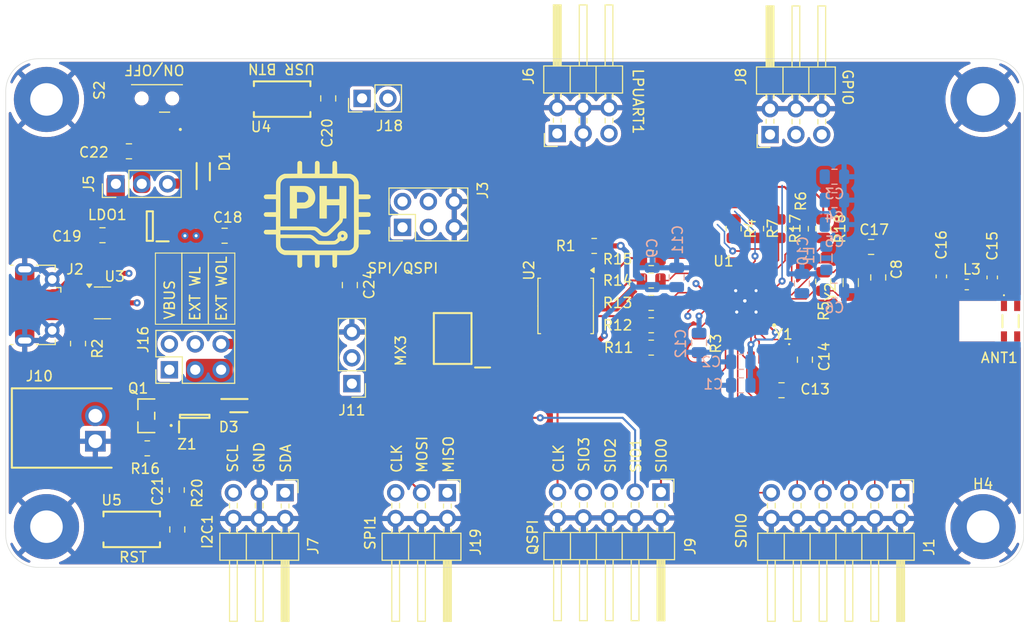
<source format=kicad_pcb>
(kicad_pcb (version 20240108) (generator "pcbnew") (generator_version "8.0")
  (layers (0 "F.Cu" signal) (1 "In1.Cu" signal) (2 "In2.Cu" signal) (31 "B.Cu" signal) (34 "B.Paste" user) (35 "F.Paste" user) (36 "B.SilkS" user "B.Silkscreen") (37 "F.SilkS" user "F.Silkscreen") (38 "B.Mask" user) (39 "F.Mask" user) (44 "Edge.Cuts" user))
  (net 0 "")
  (net 1 "GND")
  (net 2 "/LDO_IN")
  (net 3 "/LD_OUT_3V3")
  (net 4 "/GPIO3_USR_BTN_E")
  (net 5 "/CHIP_PU_D")
  (net 6 "/POWER_3V3")
  (net 7 "/EXT_POWER+_PP")
  (net 8 "+5V_VBUS")
  (net 9 "/USB_D2+")
  (net 10 "/USB_D2-")
  (net 11 "Net-(J2-ID)")
  (net 12 "/RF_ANT")
  (net 13 "+3.3V")
  (net 14 "/GPIO11_I2C_SDA")
  (net 15 "/GPIO10_I2C_SCL")
  (net 16 "/GPIO2_FSPIQ_MISO{slash}SIO1_R")
  (net 17 "/GPIO6_FSPICLK_R")
  (net 18 "/GPIO5_FSPIWP_SIO2_R")
  (net 19 "/EXT_POWER+")
  (net 20 "/EXT_POWER+_NOLDO")
  (net 21 "/GPIO3_USR_BTN")
  (net 22 "/GPIO5_FSPIWP_SIO2_1")
  (net 23 "/GPIO15")
  (net 25 "/GPIO5_FSPIWP_SIO2")
  (net 26 "/GPIO2_FSPIQ_MISO{slash}SIO1_1")
  (net 27 "Net-(J11-Pin_2)")
  (net 28 "/GPIO7_FSPID_MOSI{slash}SIO0_0")
  (net 29 "/GPIO5_FSPIWP_SIO2_0")
  (net 30 "/GPIO7_FSPID_MOSI{slash}SIO0_R")
  (net 31 "/GPIO7_FSPID_MOSI{slash}SIO0")
  (net 32 "/GPIO7_FSPID_MOSI{slash}SIO0_1")
  (net 33 "/GPIO2_FSPIQ_MISO{slash}SIO1_0")
  (net 34 "/GPIO2_FSPIQ_MISO{slash}SIO1")
  (net 35 "/GPIO6_FSPICLK")
  (net 36 "/GPIO4_FSPIHD_SIO3")
  (net 37 "/GPIO6_FSPICLK_0")
  (net 38 "/GPIO6_FSPICLK_1")
  (net 39 "/MOSFET_GATE")
  (net 40 "/GPIO16_U0RXD")
  (net 41 "/GPIO17_U0TXD")
  (net 47 "/SPIWP_Write_Protect")
  (net 48 "/SPICLK_Clock")
  (net 49 "/SPICS0_Chip_Select")
  (net 50 "/SPID_Data_In")
  (net 51 "/SPIHD_Hold")
  (net 52 "/SPIQ_Data_Out")
  (net 53 "/VDD_SPI")
  (net 54 "/USB_D+")
  (net 55 "/USB_D-")
  (net 56 "Net-(U1-XTAL_P)")
  (net 57 "Net-(U1-XTAL_N)")
  (net 58 "Net-(U1-XTAL_32K_N)")
  (net 59 "Net-(U1-XTAL_32K_P)")
  (net 61 "Net-(U1-VDDA3P3_1)")
  (net 62 "/RF_LNA_IN")
  (net 63 "/GPIO8_BOOT")
  (net 64 "/GPIO9_BOOT")
  (net 65 "/GPIO22_SDIO_DATA2")
  (net 66 "/GPIO20_SDIO_DATA0")
  (net 67 "/GPIO18_SDIO_CMD")
  (net 68 "/GPIO19_SDIO_CLK")
  (net 69 "/GPIO21_SDIO_DATA1")
  (net 70 "/GPIO23_SDIO_DATA3")
  (net 71 "/U0TXD_R")
  (net 72 "/SPID_Data_In_R")
  (net 73 "/SPICLK_Clock_R")
  (net 74 "/SPIHD_Hold_R")
  (net 75 "/SPIWP_Write_Protect_R")
  (net 76 "/SPIQ_Data_Out_R")
  (net 77 "/GPIO4_FSPIHD_SIO3_R")
  (footprint "Resistor_SMD:R_0805_2012Metric" (layer "F.Cu") (at 153.7 86.7 -90)
    (property "Reference" "R7")
    (property "Value" "33R")
  )
  (footprint "Connector_PinHeader_2.54mm:PinHeader_1x02_P2.54mm_Vertical" (layer "F.Cu") (at 115 73.9 90)
    (property "Reference" "J18")
    (property "Value" "USR_BTN_EN")
  )
  (footprint "Capacitor_SMD:C_0603_1608Metric" (layer "F.Cu") (at 176.9 91.5 90)
    (property "Reference" "C15")
    (property "Value" "100n")
  )
  (footprint "Personal_Project:CRYSTAL4_ABM10W-40.0000MHZ-8-B1U-T3_ABR" (layer "F.Cu") (at 155.8 99.5875 -90)
    (property "Reference" "Y1")
    (property "Value" "Crystal_ABM8W-40.0000MHZ-4-B1U-T3")
  )
  (footprint "Personal_Project:ESP32C6_QFN40P500X500X90-41N-D" (layer "F.Cu") (at 152.6 93.8 180)
    (property "Reference" "U1")
    (property "Value" "ESP32-C6" (hide yes))
  )
  (footprint "Resistor_SMD:R_0805_2012Metric" (layer "F.Cu") (at 155.9 86.7 -90)
    (property "Reference" "R17")
    (property "Value" "33R")
  )
  (footprint "Personal_Project:ESD_TSD05DYFR_SOD2613X100N" (layer "F.Cu") (at 99.4 81.1 90)
    (property "Reference" "D1")
    (property "Value" "ESD_TSD03DYFR" (hide yes))
  )
  (footprint "MountingHole:MountingHole_3.2mm_M3_Pad" (layer "F.Cu") (at 84 74)
    (property "Reference" "H1" (hide yes))
    (property "Value" "MountingHole_Pad")
  )
  (footprint "Connector_PinHeader_2.54mm:PinHeader_2x03_P2.54mm_Vertical" (layer "F.Cu") (at 118.975 86.575 90)
    (property "Reference" "J3")
    (property "Value" "Boot_Mode_Control_Pins")
  )
  (footprint "Package_TO_SOT_SMD:SOT-23-6" (layer "F.Cu") (at 89.5 94)
    (property "Reference" "U3")
    (property "Value" "USBLC6-2SC6")
  )
  (footprint "Personal_Project:ESD_TSD05DYFR_SOD2613X100N" (layer "F.Cu") (at 102.9 104.1)
    (property "Reference" "D3")
    (property "Value" "ESD_TSD05DYFR" (hide yes))
  )
  (footprint "Connector_PinHeader_2.54mm:PinHeader_2x06_P2.54mm_Horizontal" (layer "F.Cu") (at 167.9 112.66 -90)
    (property "Reference" "J1")
    (property "Value" "SDIO_Header")
  )
  (footprint "Package_SO:SOIC-8_5.23x5.23mm_P1.27mm" (layer "F.Cu") (at 135 94.3 -90)
    (property "Reference" "U2")
    (property "Value" "W25Q128JVSQ_SOIC208-mil")
  )
  (footprint "Capacitor_SMD:C_0805_2012Metric" (layer "F.Cu") (at 111.675 73.9 -90)
    (property "Reference" "C20")
    (property "Value" "1uF")
  )
  (footprint "Capacitor_SMD:C_0805_2012Metric" (layer "F.Cu") (at 113.8 92.25 90)
    (property "Reference" "C24")
    (property "Value" "100n")
  )
  (footprint "Personal_Project:Antenna_2450AT18D0100001E" (layer "F.Cu") (at 178.7 95.8 -90)
    (property "Reference" "ANT1")
    (property "Value" "Antenna_2450AT18D0100001E" (hide yes))
  )
  (footprint "Resistor_SMD:R_0805_2012Metric" (layer "F.Cu") (at 148.1 98 -90)
    (property "Reference" "R3")
    (property "Value" "100k")
  )
  (footprint "Connector_PinHeader_2.54mm:PinHeader_1x03_P2.54mm_Vertical" (layer "F.Cu") (at 114 101.94 180)
    (property "Reference" "J11")
    (property "Value" "SPI_QSPI_Jumper")
  )
  (footprint "Resistor_SMD:R_0805_2012Metric" (layer "F.Cu") (at 158.1 86.7125 90)
    (property "Reference" "R6")
    (property "Value" "33R")
  )
  (footprint "Capacitor_SMD:C_0805_2012Metric" (layer "F.Cu") (at 96.85 116.275 90)
    (property "Reference" "C21")
    (property "Value" "1uF")
  )
  (footprint "Capacitor_SMD:C_0805_2012Metric" (layer "F.Cu") (at 89.5 87.35 180)
    (property "Reference" "C19")
    (property "Value" "1u")
  )
  (footprint "MountingHole:MountingHole_3.2mm_M3_Pad" (layer "F.Cu") (at 176 116)
    (property "Reference" "H4")
    (property "Value" "MountingHole_Pad")
  )
  (footprint "Resistor_SMD:R_0805_2012Metric" (layer "F.Cu") (at 160.3 91.9 -90)
    (property "Reference" "R5")
    (property "Value" "0R")
  )
  (footprint "Personal_Project:LDO_SOT95P280X145-5N" (layer "F.Cu") (at 94.15 86.45 180)
    (property "Reference" "LDO1")
    (property "Value" "LDO_TLV75733PDBVR" (hide yes))
  )
  (footprint "Inductor_SMD:L_0603_1608Metric" (layer "F.Cu") (at 174.4 92.2 180)
    (property "Reference" "L3")
    (property "Value" "2n")
  )
  (footprint "Resistor_SMD:R_0805_2012Metric" (layer "F.Cu") (at 143.4 94 180)
    (property "Reference" "R13")
    (property "Value" "0R")
  )
  (footprint "Resistor_SMD:R_0805_2012Metric" (layer "F.Cu") (at 143.4 89.6 180)
    (property "Reference" "R15")
    (property "Value" "0R")
  )
  (footprint "Capacitor_SMD:C_0805_2012Metric" (layer "F.Cu") (at 101.5 87.4)
    (property "Reference" "C18")
    (property "Value" "1u")
  )
  (footprint "Connector_PinHeader_2.54mm:PinHeader_1x03_P2.54mm_Vertical" (layer "F.Cu") (at 90.82 82.3 90)
    (property "Reference" "J5")
    (property "Value" "3V_Selection_Header")
  )
  (footprint "Connector_PinHeader_2.54mm:PinHeader_2x03_P2.54mm_Horizontal" (layer "F.Cu") (at 107.44 112.66 -90)
    (property "Reference" "J7")
    (property "Value" "I2C1_Headers")
  )
  (footprint "Capacitor_SMD:C_0603_1608Metric" (layer "F.Cu") (at 171.9 91.4 90)
    (property "Reference" "C16")
    (property "Value" "100n")
  )
  (footprint "Personal_Project:Connector_Power2pin_SHDRRA2W80P0X250_1X2_740X1150X610P" (layer "F.Cu") (at 88.8 107.6 90)
    (property "Reference" "J10")
    (property "Value" "JST_XH_2.54_Plug" (hide yes))
  )
  (footprint "Capacitor_SMD:C_0805_2012Metric" (layer "F.Cu") (at 92.1 79.1 180)
    (property "Reference" "C22")
    (property "Value" "4u7")
  )
  (footprint "Resistor_SMD:R_0805_2012Metric" (layer "F.Cu") (at 143.4 91.8 180)
    (property "Reference" "R14")
    (property "Value" "0R")
  )
  (footprint "Personal_Project:Button_KMR231GLFS" (layer "F.Cu") (at 89.85 117.775)
    (property "Reference" "U5")
    (property "Value" "~")
  )
  (footprint "Resistor_SMD:R_0805_2012Metric" (layer "F.Cu") (at 143.4 96.2 180)
    (property "Reference" "R12")
    (property "Value" "0R")
  )
  (footprint "Connector_USB:USB_Micro-B_Molex-105017-0001" (layer "F.Cu") (at 83.1 94.2 -90)
    (property "Reference" "J2")
    (property "Value" "USB_B_Micro")
  )
  (footprint "Connector_PinHeader_2.54mm:PinHeader_2x03_P2.54mm_Horizontal" (layer "F.Cu") (at 134.175 77.35 90)
    (property "Reference" "J6")
    (property "Value" "LPUART1_Headers")
  )
  (footprint "Capacitor_SMD:C_0805_2012Metric" (layer "F.Cu") (at 158.5 99.5875 -90)
    (property "Reference" "C14")
    (property "Value" "2p")
  )
  (footprint "Resistor_SMD:R_0805_2012Metric" (layer "F.Cu") (at 137.8 88.4 180)
    (property "Reference" "R1")
    (property "Value" "100k")
  )
  (footprint "Capacitor_SMD:C_0805_2012Metric" (layer "F.Cu") (at 156.2 102.5875)
    (property "Reference" "C13")
    (property "Value" "2p")
  )
  (footprint "Resistor_SMD:R_0805_2012Metric" (layer "F.Cu") (at 160.3 86.7 -90)
    (property "Reference" "R18")
    (property "Value" "33R")
  )
  (footprint "Resistor_SMD:R_0805_2012Metric" (layer "F.Cu") (at 143.4 98.4 180)
    (property "Reference" "R11")
    (property "Value" "0R")
  )
  (footprint "Connector_PinHeader_2.54mm:PinHeader_2x03_P2.54mm_Vertical" (layer "F.Cu") (at 96.075 100.575 90)
    (property "Reference" "J16")
    (property "Value" "Power_Selector_Jumper")
  )
  (footprint "Personal_Project:Switch_WS-SLSU SMT Mini Slide" (layer "F.Cu") (at 94.85 73.9)
    (property "Reference" "S2")
    (property "Value" "Switch_WS-SLSU SMT Mini Slide" (hide yes))
  )
  (footprint "Connector_PinHeader_2.54mm:PinHeader_2x03_P2.54mm_Horizontal" (layer "F.Cu") (at 123.38 112.66 -90)
    (property "Reference" "J19")
    (property "Value" "SPI1_Headers")
  )
  (footprint "Resistor_SMD:R_0805_2012Metric" (layer "F.Cu") (at 96.8 112.4 90)
    (property "Reference" "R20")
    (property "Value" "10k")
  )
  (footprint "Capacitor_SMD:C_0805_2012Metric" (layer "F.Cu") (at 165.7 91.5 90)
    (property "Reference" "C8")
    (property "Value" "15p")
  )
  (footprint "Resistor_SMD:R_0805_2012Metric" (layer "F.Cu") (at 87.1 98 90)
    (property "Reference" "R2")
    (property "Value" "100k")
  )
  (footprint "Personal_Project:Crystal_ABS07" (layer "F.Cu") (at 163 92 90)
    (property "Reference" "Y2")
    (property "Value" "ABS07-32.768KHZ-T" (hide yes))
  )
  (footprint "Personal_Project:MOSFET_ SI2333DDS_SOT_DS-T1-BE3_VIS" (layer "F.Cu") (at 93.8079 105.1 90)
    (property "Reference" "Q1")
    (property "Value" "MOSFET_SI2333DDS-T1-BE3")
  )
  (footprint "Connector_PinHeader_2.54mm:PinHeader_2x05_P2.54mm_Horizontal" (layer "F.Cu") (at 144.36 112.6 -90)
    (property "Reference" "J9")
    (property "Value" "QSPI_Header")
  )
  (footprint "Resistor_SMD:R_0805_2012Metric" (layer "F.Cu") (at 151.5 86.7 -90)
    (property "Reference" "R4")
    (property "Value" "33R")
  )
  (footprint "Capacitor_SMD:C_0805_2012Metric" (layer "F.Cu") (at 165 88.5)
    (property "Reference" "C17")
    (property "Value" "15p")
  )
  (footprint "Personal_Project:Diode_BZX84C6V2_SOT96P240X110-3N" (layer "F.Cu") (at 98.56 105.15 90)
    (property "Reference" "Z1")
    (property "Value" "Diode_BZX84C6V2-7-F" (hide yes))
  )
  (footprint "MountingHole:MountingHole_3.2mm_M3_Pad" (layer "F.Cu") (at 84 116)
    (property "Reference" "H3" (hide yes))
    (property "Value" "MountingHole_Pad")
  )
  (footprint "Personal_Project:MUX_SN74CB3T3257PWR_SOP65P640X120-16N" (layer "F.Cu") (at 123.9 97.5 180)
    (property "Reference" "MX3")
    (property "Value" "MUX_SN74CB3T3257PWR" (hide yes))
  )
  (footprint "Personal_Project:PCB_Logo" (layer "F.Cu") (at 110.6 85.3)
    (property "Reference" "G***" (hide yes))
    (property "Value" "LOGO" (hide yes))
  )
  (footprint "Resistor_SMD:R_0805_2012Metric" (layer "F.Cu") (at 93.9 108.3 180)
    (property "Reference" "R16")
    (property "Value" "100k")
  )
  (footprint "Personal_Project:Button_KMR231GLFS" (layer "F.Cu") (at 104.625 75.475)
    (property "Reference" "U4")
    (property "Value" "~")
  )
  (footprint "Connector_PinHeader_2.54mm:PinHeader_2x03_P2.54mm_Horizontal" (layer "F.Cu") (at 155.075 77.45 90)
    (property "Reference" "J8")
    (property "Value" "GPIO_Headder")
  )
  (footprint "MountingHole:MountingHole_3.2mm_M3_Pad" (layer "F.Cu") (at 176 74)
    (property "Reference" "H2" (hide yes))
    (property "Value" "MountingHole_Pad")
  )
  (footprint "Capacitor_SMD:C_0805_2012Metric" (layer "B.Cu") (at 161.4 81.6)
    (property "Reference" "C3")
    (property "Value" "10u")
  )
  (footprint "Capacitor_SMD:C_0805_2012Metric" (layer "B.Cu") (at 143.5 91.5 90)
    (property "Reference" "C9")
    (property "Value" "1u")
  )
  (footprint "Capacitor_SMD:C_0805_2012Metric" (layer "B.Cu") (at 148.1 97.9 -90)
    (property "Reference" "C12")
    (property "Value" "100n")
  )
  (footprint "Capacitor_SMD:C_0805_2012Metric" (layer "B.Cu") (at 152.2 99.8 180)
    (property "Reference" "C2")
    (property "Value" "10n")
  )
  (footprint "Capacitor_SMD:C_0805_2012Metric" (layer "B.Cu") (at 161.4 92.8)
    (property "Reference" "C6")
    (property "Value" "100n")
  )
  (footprint "Capacitor_SMD:C_0805_2012Metric" (layer "B.Cu") (at 161.4 86.3)
    (property "Reference" "C5")
    (property "Value" "100n")
  )
  (footprint "Capacitor_SMD:C_0805_2012Metric" (layer "B.Cu") (at 158.2 92.1 90)
    (property "Reference" "C10")
    (property "Value" "100n")
  )
  (footprint "Capacitor_SMD:C_0805_2012Metric" (layer "B.Cu") (at 161.4 83.9)
    (property "Reference" "C4")
    (property "Value" "1u")
  )
  (footprint "Inductor_SMD:L_0805_2012Metric_Pad1.05x1.20mm_HandSolder" (layer "B.Cu") (at 160.6 89.6 -90)
    (property "Reference" "L1")
    (property "Value" "2n")
  )
  (footprint "Capacitor_SMD:C_0805_2012Metric" (layer "B.Cu") (at 152.2 102.1 180)
    (property "Reference" "C1")
    (property "Value" "1u")
  )
  (footprint "Capacitor_SMD:C_0805_2012Metric" (layer "B.Cu") (at 145.9 91.5 90)
    (property "Reference" "C11")
    (property "Value" "100n")
  )
  (gr_line (start 97.3 96.1) (end 97.3 89.1) (stroke (width 0.1)) (layer "F.SilkS"))
  (gr_line (start 97.3 96.1) (end 99.9 96.1) (stroke (width 0.1)) (layer "F.SilkS"))
  (gr_line (start 94.7 96.1) (end 97.3 96.1) (stroke (width 0.1)) (layer "F.SilkS"))
  (gr_line (start 99.9 96.1) (end 102.5 96.1) (stroke (width 0.1)) (layer "F.SilkS"))
  (gr_line (start 99.9 96.1) (end 99.9 89.1) (stroke (width 0.1)) (layer "F.SilkS"))
  (gr_line (start 99.9 89.1) (end 99.9 96.1) (stroke (width 0.1)) (layer "F.SilkS"))
  (gr_line (start 94.7 89.1) (end 94.7 96.1) (stroke (width 0.1)) (layer "F.SilkS"))
  (gr_line (start 99.9 89.1) (end 97.3 89.1) (stroke (width 0.1)) (layer "F.SilkS"))
  (gr_line (start 102.5 89.1) (end 99.9 89.1) (stroke (width 0.1)) (layer "F.SilkS"))
  (gr_line (start 97.3 89.1) (end 97.3 96.1) (stroke (width 0.1)) (layer "F.SilkS"))
  (gr_line (start 102.5 96.1) (end 102.5 89.1) (stroke (width 0.1)) (layer "F.SilkS"))
  (gr_line (start 97.3 89.1) (end 94.7 89.1) (stroke (width 0.1)) (layer "F.SilkS"))
  (gr_line (start 176.8 120) (end 83.2 120) (stroke (width 0.05)) (layer "Edge.Cuts"))
  (gr_line (start 180 116.8) (end 179.999999 73.200001) (stroke (width 0.05)) (layer "Edge.Cuts"))
  (gr_arc (start 80 73.2) (mid 80.937258 70.937258) (end 83.2 70) (stroke (width 0.05)) (layer "Edge.Cuts"))
  (gr_arc (start 176.799999 70.000001) (mid 179.062741 70.937259) (end 179.999999 73.200001) (stroke (width 0.05)) (layer "Edge.Cuts"))
  (gr_line (start 176.799999 70.000001) (end 83.2 70) (stroke (width 0.05)) (layer "Edge.Cuts"))
  (gr_arc (start 83.2 120) (mid 80.937258 119.062742) (end 80 116.8) (stroke (width 0.05)) (layer "Edge.Cuts"))
  (gr_line (start 80 73.2) (end 80 116.8) (stroke (width 0.05)) (layer "Edge.Cuts"))
  (gr_arc (start 180 116.8) (mid 179.062742 119.062742) (end 176.8 120) (stroke (width 0.05)) (layer "Edge.Cuts"))
  (gr_text "LPUART1" (at 142.1 74.2 270) (layer "F.SilkS") (effects (font (size 1 1) (thickness 0.153))))
  (gr_text "VBUS" (at 96.1 93.7 90) (layer "F.SilkS") (effects (font (size 1 1) (thickness 0.153))))
  (gr_text "GND" (at 104.9 109.2 90) (layer "F.SilkS") (effects (font (size 1 1) (thickness 0.153))))
  (gr_text "SPI/QSPI" (at 119 90.6 0) (layer "F.SilkS") (effects (font (size 1 1) (thickness 0.153))))
  (gr_text "SPI1" (at 115.8 116.6 90) (layer "F.SilkS") (effects (font (size 1 1) (thickness 0.153))))
  (gr_text "RST" (at 92.5 119 0) (layer "F.SilkS") (effects (font (size 1 1) (thickness 0.153))))
  (gr_text "SIO1" (at 141.9 109 90) (layer "F.SilkS") (effects (font (size 1 1) (thickness 0.153))))
  (gr_text "SIO3" (at 136.8 108.9 90) (layer "F.SilkS") (effects (font (size 1 1) (thickness 0.153))))
  (gr_text "MISO" (at 123.5 108.9 90) (layer "F.SilkS") (effects (font (size 1 1) (thickness 0.153))))
  (gr_text "SDA" (at 107.5 109.3 90) (layer "F.SilkS") (effects (font (size 1 1) (thickness 0.153))))
  (gr_text "QSPI" (at 131.76 117.04 90) (layer "F.SilkS") (effects (font (size 1 1) (thickness 0.153))))
  (gr_text "SIO0" (at 144.4 109 90) (layer "F.SilkS") (effects (font (size 1 1) (thickness 0.153))))
  (gr_text "EXT WL" (at 98.6 93.1 90) (layer "F.SilkS") (effects (font (size 1 1) (thickness 0.153))))
  (gr_text "ON/OFF" (at 94.6 71.1 180) (layer "F.SilkS") (effects (font (size 1 1) (thickness 0.153))))
  (gr_text "EXT WOL" (at 101.2 92.6 90) (layer "F.SilkS") (effects (font (size 1 1) (thickness 0.153))))
  (gr_text "MOSI" (at 120.9 108.9 90) (layer "F.SilkS") (effects (font (size 1 1) (thickness 0.153))))
  (gr_text "CLK" (at 134.3 109.3 90) (layer "F.SilkS") (effects (font (size 1 1) (thickness 0.153))))
  (gr_text "SDIO" (at 152.25 116.39 90) (layer "F.SilkS") (effects (font (size 1 1) (thickness 0.153))))
  (gr_text "USR BTN" (at 107.075 71 180) (layer "F.SilkS") (effects (font (size 1 1) (thickness 0.153))))
  (gr_text "CLK" (at 118.4 109.3 90) (layer "F.SilkS") (effects (font (size 1 1) (thickness 0.153))))
  (gr_text "GPIO" (at 162.7 72.8 270) (layer "F.SilkS") (effects (font (size 1 1) (thickness 0.153))))
  (gr_text "SIO2" (at 139.4 109 90) (layer "F.SilkS") (effects (font (size 1 1) (thickness 0.153))))
  (gr_text "SCL" (at 102.3 109.3 90) (layer "F.SilkS") (effects (font (size 1 1) (thickness 0.153))))
  (gr_text "I2C1" (at 99.8 116.5 90) (layer "F.SilkS") (effects (font (size 1 1) (thickness 0.153))))
  (via (at 152.6 93.8) (size 0.7) (drill 0.3) (layers "F.Cu" "B.Cu") (net 1))
  (via (at 152.6 93.8) (size 0.7) (drill 0.3) (layers "F.Cu" "B.Cu") (net 1))
  (via (at 153.7 92.8) (size 0.7) (drill 0.3) (layers "F.Cu" "B.Cu") (net 1))
  (via (at 151.7 92.8) (size 0.7) (drill 0.3) (layers "F.Cu" "B.Cu") (net 1))
  (via (at 151.8 94.9) (size 0.7) (drill 0.3) (layers "F.Cu" "B.Cu") (net 1))
  (via (at 152.6 93.8) (size 0.7) (drill 0.3) (layers "F.Cu" "B.Cu") (net 1))
  (via (at 152.6 93.8) (size 0.7) (drill 0.3) (layers "F.Cu" "B.Cu") (net 1))
  (via (at 152.6 93.8) (size 0.7) (drill 0.3) (layers "F.Cu" "B.Cu") (net 1))
  (via (at 152.6 93.8) (size 0.7) (drill 0.3) (layers "F.Cu" "B.Cu") (net 1))
  (via (at 151.8 94.9) (size 0.7) (drill 0.3) (layers "F.Cu" "B.Cu") (net 1))
  (via (at 152.6 93.8) (size 0.7) (drill 0.3) (layers "F.Cu" "B.Cu") (net 1))
  (via (at 151.7 92.8) (size 0.7) (drill 0.3) (layers "F.Cu" "B.Cu") (net 1))
  (via (at 152.6 93.8) (size 0.7) (drill 0.3) (layers "F.Cu" "B.Cu") (net 1))
  (via (at 152.6 93.8) (size 0.7) (drill 0.3) (layers "F.Cu" "B.Cu") (net 1))
  (via (at 152.6 93.8) (size 0.7) (drill 0.3) (layers "F.Cu" "B.Cu") (net 1))
  (via (at 152.6 93.8) (size 0.7) (drill 0.3) (layers "F.Cu" "B.Cu") (net 1))
  (via (at 153.7 94.9) (size 0.7) (drill 0.3) (layers "F.Cu" "B.Cu") (net 1))
  (via (at 153.7 94.9) (size 0.7) (drill 0.3) (layers "F.Cu" "B.Cu") (net 1))
  (segment (start 95.4 85.5) (end 97.1 85.5) (width 0.2) (layer "F.Cu") (net 2))
  (segment (start 97.1 85.5) (end 97.6 86) (width 0.2) (layer "F.Cu") (net 2))
  (segment (start 97.6 86) (end 97.6 87.4) (width 0.2) (layer "F.Cu") (net 2))
  (via (at 98.7 87.4) (size 0.7) (drill 0.3) (layers "F.Cu" "B.Cu") (net 2))
  (via (at 97.6 87.4) (size 0.7) (drill 0.3) (layers "F.Cu" "B.Cu") (net 2))
  (segment (start 85.0375 92.9) (end 86.8375 91.1) (width 0.5) (layer "F.Cu") (net 8))
  (segment (start 86.8375 91.1) (end 92.1 91.1) (width 0.5) (layer "F.Cu") (net 8))
  (segment (start 84.5625 92.9) (end 85.0375 92.9) (width 0.5) (layer "F.Cu") (net 8))
  (segment (start 92.9 94) (end 90.6375 94) (width 0.5) (layer "F.Cu") (net 8))
  (via (at 92.9 94) (size 0.7) (drill 0.3) (layers "F.Cu" "B.Cu") (net 8))
  (via (at 92.1 91.1) (size 0.7) (drill 0.3) (layers "F.Cu" "B.Cu") (net 8))
  (segment (start 85.75 94.85) (end 87.1 96.2) (width 0.2) (layer "F.Cu") (net 11))
  (segment (start 87.1 96.2) (end 87.1 97.0875) (width 0.2) (layer "F.Cu") (net 11))
  (segment (start 84.5625 94.85) (end 85.75 94.85) (width 0.2) (layer "F.Cu") (net 11))
  (segment (start 148.6 94.8) (end 148.1 95.3) (width 0.15) (layer "F.Cu") (net 13))
  (segment (start 154.95 96.25) (end 155.6 96.9) (width 0.2) (layer "F.Cu") (net 13))
  (segment (start 150.15 94.8) (end 148.6 94.8) (width 0.15) (layer "F.Cu") (net 13))
  (segment (start 154.4 96.25) (end 154.95 96.25) (width 0.2) (layer "F.Cu") (net 13))
  (segment (start 153.2 96.25) (end 153.2 98.1) (width 0.15) (layer "F.Cu") (net 13))
  (via (at 148.1 95.3) (size 0.7) (drill 0.3) (layers "F.Cu" "B.Cu") (net 13))
  (via (at 153.2 98.1) (size 0.7) (drill 0.3) (layers "F.Cu" "B.Cu") (net 13))
  (via (at 155.6 96.9) (size 0.7) (drill 0.3) (layers "F.Cu" "B.Cu") (net 13))
  (segment (start 153.7 97.6) (end 153.2 98.1) (width 0.2) (layer "B.Cu") (net 13))
  (segment (start 155.6 97.3) (end 155.3 97.6) (width 0.2) (layer "B.Cu") (net 13))
  (segment (start 153.15 102.1) (end 153.15 99.8) (width 0.5) (layer "B.Cu") (net 13))
  (segment (start 155.6 96.9) (end 155.6 97.3) (width 0.2) (layer "B.Cu") (net 13))
  (segment (start 153.15 99.8) (end 153.15 98.15) (width 0.5) (layer "B.Cu") (net 13))
  (segment (start 155.3 97.6) (end 153.7 97.6) (width 0.2) (layer "B.Cu") (net 13))
  (segment (start 148.1 96.95) (end 148.1 95.3) (width 0.5) (layer "B.Cu") (net 13))
  (segment (start 153.15 98.15) (end 153.2 98.1) (width 0.5) (layer "B.Cu") (net 13))
  (segment (start 152 90.2) (end 151.75 89.95) (width 0.15) (layer "F.Cu") (net 14))
  (segment (start 152 91.35) (end 152 90.2) (width 0.15) (layer "F.Cu") (net 14))
  (segment (start 151.75 89.95) (end 150.7 89.95) (width 0.15) (layer "F.Cu") (net 14))
  (segment (start 150.7 89.95) (end 148.85 88.1) (width 0.15) (layer "F.Cu") (net 14))
  (segment (start 148.85 88.1) (end 148.8 88.1) (width 0.15) (layer "F.Cu") (net 14))
  (segment (start 152.4 90) (end 152 89.6) (width 0.15) (layer "F.Cu") (net 15))
  (segment (start 152 89.6) (end 151 89.6) (width 0.15) (layer "F.Cu") (net 15))
  (segment (start 151 89.6) (end 148.3 86.9) (width 0.15) (layer "F.Cu") (net 15))
  (segment (start 152.4 91.35) (end 152.4 90) (width 0.15) (layer "F.Cu") (net 15))
  (segment (start 160.3 84) (end 157.9 81.6) (width 0.2) (layer "F.Cu") (net 16))
  (segment (start 133 81.6) (end 123 91.6) (width 0.2) (layer "F.Cu") (net 16))
  (segment (start 123 94.1) (end 121.875 95.225) (width 0.2) (layer "F.Cu") (net 16))
  (segment (start 160.3 85.7875) (end 160.3 84) (width 0.2) (layer "F.Cu") (net 16))
  (segment (start 123 91.6) (end 123 94.1) (width 0.2) (layer "F.Cu") (net 16))
  (segment (start 157.9 81.6) (end 133 81.6) (width 0.2) (layer "F.Cu") (net 16))
  (segment (start 121.875 95.225) (end 120.962 95.225) (width 0.2) (layer "F.Cu") (net 16))
  (segment (start 124.8 96.8) (end 125.825 97.825) (width 0.2) (layer "F.Cu") (net 17))
  (segment (start 153.7 85) (end 153.3 84.6) (width 0.2) (layer "F.Cu") (net 17))
  (segment (start 125.825 97.825) (end 126.838 97.825) (width 0.2) (layer "F.Cu") (net 17))
  (segment (start 134.6 84.6) (end 124.8 94.4) (width 0.2) (layer "F.Cu") (net 17))
  (segment (start 153.3 84.6) (end 134.6 84.6) (width 0.2) (layer "F.Cu") (net 17))
  (segment (start 124.8 94.4) (end 124.8 96.8) (width 0.2) (layer "F.Cu") (net 17))
  (segment (start 153.7 85.7875) (end 153.7 85) (width 0.2) (layer "F.Cu") (net 17))
  (segment (start 134.2 83.6) (end 123.8 94) (width 0.2) (layer "F.Cu") (net 18))
  (segment (start 122.125 97.175) (end 120.962 97.175) (width 0.2) (layer "F.Cu") (net 18))
  (segment (start 154.9 83.6) (end 134.2 83.6) (width 0.2) (layer "F.Cu") (net 18))
  (segment (start 123.8 94) (end 123.8 95.5) (width 0.2) (layer "F.Cu") (net 18))
  (segment (start 155.9 85.7875) (end 155.9 84.6) (width 0.2) (layer "F.Cu") (net 18))
  (segment (start 155.9 84.6) (end 154.9 83.6) (width 0.2) (layer "F.Cu") (net 18))
  (segment (start 123.8 95.5) (end 122.125 97.175) (width 0.2) (layer "F.Cu") (net 18))
  (segment (start 104.9 96.3) (end 104.9 85) (width 1) (layer "F.Cu") (net 20))
  (segment (start 99.4 82.275) (end 95.925 82.275) (width 1) (layer "F.Cu") (net 20))
  (segment (start 104.9 85) (end 102.175 82.275) (width 1) (layer "F.Cu") (net 20))
  (segment (start 95.925 82.275) (end 95.9 82.3) (width 1) (layer "F.Cu") (net 20))
  (segment (start 103.165 98.035) (end 104.9 96.3) (width 1) (layer "F.Cu") (net 20))
  (segment (start 102.175 82.275) (end 99.4 82.275) (width 1) (layer "F.Cu") (net 20))
  (segment (start 101.155 98.035) (end 103.165 98.035) (width 1) (layer "F.Cu") (net 20))
  (segment (start 155.716116 92.4) (end 156.258058 91.858058) (width 0.15) (layer "F.Cu") (net 21))
  (segment (start 155.05 92.4) (end 155.716116 92.4) (width 0.15) (layer "F.Cu") (net 21))
  (via (at 156.258058 91.858058) (size 0.7) (drill 0.3) (layers "F.Cu" "B.Cu") (net 21))
  (segment (start 156.258058 91.858058) (end 156.258058 82.458058) (width 0.15) (layer "B.Cu") (net 21))
  (segment (start 150.15 94.4) (end 147.5 94.4) (width 0.15) (layer "F.Cu") (net 23))
  (segment (start 147 94.9) (end 147 95.3) (width 0.15) (layer "F.Cu") (net 23))
  (segment (start 147.5 94.4) (end 147 94.9) (width 0.15) (layer "F.Cu") (net 23))
  (via (at 147 95.3) (size 0.7) (drill 0.3) (layers "F.Cu" "B.Cu") (net 23))
  (segment (start 154.4 91.35) (end 154.4 91.3) (width 0.15) (layer "F.Cu") (net 25))
  (segment (start 154.4 91.3) (end 155.9 89.8) (width 0.15) (layer "F.Cu") (net 25))
  (segment (start 155.9 89.8) (end 155.9 87.6125) (width 0.15) (layer "F.Cu") (net 25))
  (segment (start 116.8 103.6) (end 118.5 105.3) (width 0.2) (layer "F.Cu") (net 26))
  (segment (start 120.962 95.875) (end 118.025 95.875) (width 0.2) (layer "F.Cu") (net 26))
  (segment (start 116.8 97.1) (end 116.8 103.6) (width 0.2) (layer "F.Cu") (net 26))
  (segment (start 118.025 95.875) (end 116.8 97.1) (width 0.2) (layer "F.Cu") (net 26))
  (segment (start 118.5 105.3) (end 132.5 105.3) (width 0.2) (layer "F.Cu") (net 26))
  (via (at 132.5 105.3) (size 0.7) (drill 0.3) (layers "F.Cu" "B.Cu") (net 26))
  (segment (start 132.5 105.3) (end 140.6 105.3) (width 0.2) (layer "B.Cu") (net 26))
  (segment (start 141.82 106.52) (end 141.82 112.6) (width 0.2) (layer "B.Cu") (net 26))
  (segment (start 140.6 105.3) (end 141.82 106.52) (width 0.2) (layer "B.Cu") (net 26))
  (segment (start 119.99 111.81) (end 120.84 112.66) (width 0.2) (layer "F.Cu") (net 28))
  (segment (start 130 94.7) (end 128.825 95.875) (width 0.2) (layer "F.Cu") (net 30))
  (segment (start 128.825 95.875) (end 126.838 95.875) (width 0.2) (layer "F.Cu") (net 30))
  (segment (start 130 90.5005) (end 130 94.7) (width 0.2) (layer "F.Cu") (net 30))
  (segment (start 151.5 85.7875) (end 134.713 85.7875) (width 0.2) (layer "F.Cu") (net 30))
  (segment (start 134.713 85.7875) (end 130 90.5005) (width 0.2) (layer "F.Cu") (net 30))
  (segment (start 154.15 88.7) (end 152.5875 88.7) (width 0.15) (layer "F.Cu") (net 31))
  (segment (start 152.5875 88.7) (end 151.5 87.6125) (width 0.15) (layer "F.Cu") (net 31))
  (segment (start 154.45 89.65) (end 154.45 89) (width 0.15) (layer "F.Cu") (net 31))
  (segment (start 153.6 90.5) (end 154.45 89.65) (width 0.15) (layer "F.Cu") (net 31))
  (segment (start 154.45 89) (end 154.15 88.7) (width 0.15) (layer "F.Cu") (net 31))
  (segment (start 153.6 91.35) (end 153.6 90.5) (width 0.15) (layer "F.Cu") (net 31))
  (segment (start 144.36 104.36) (end 144.36 112.6) (width 0.2) (layer "F.Cu") (net 32))
  (segment (start 134.1 102.5) (end 142.5 102.5) (width 0.2) (layer "F.Cu") (net 32))
  (segment (start 130.725 96.525) (end 131.6 97.4) (width 0.2) (layer "F.Cu") (net 32))
  (segment (start 126.838 96.525) (end 130.725 96.525) (width 0.2) (layer "F.Cu") (net 32))
  (segment (start 131.6 97.4) (end 131.6 100) (width 0.2) (layer "F.Cu") (net 32))
  (segment (start 142.5 102.5) (end 144.36 104.36) (width 0.2) (layer "F.Cu") (net 32))
  (segment (start 131.6 100) (end 134.1 102.5) (width 0.2) (layer "F.Cu") (net 32))
  (segment (start 155.05 92.8) (end 156.5 92.8) (width 0.15) (layer "F.Cu") (net 34))
  (segment (start 157.7 89.1) (end 159.5 89.1) (width 0.15) (layer "F.Cu") (net 34))
  (segment (start 157.2 89.6) (end 157.7 89.1) (width 0.15) (layer "F.Cu") (net 34))
  (segment (start 160.3 88.3) (end 160.3 87.6125) (width 0.15) (layer "F.Cu") (net 34))
  (segment (start 157.2 92.1) (end 157.2 89.6) (width 0.15) (layer "F.Cu") (net 34))
  (segment (start 159.5 89.1) (end 160.3 88.3) (width 0.15) (layer "F.Cu") (net 34))
  (segment (start 156.5 92.8) (end 157.2 92.1) (width 0.15) (layer "F.Cu") (net 34))
  (segment (start 154 91.35) (end 154 90.8) (width 0.15) (layer "F.Cu") (net 35))
  (segment (start 154 90.8) (end 155.2 89.6) (width 0.15) (layer "F.Cu") (net 35))
  (segment (start 155.2 89.1125) (end 153.7 87.6125) (width 0.15) (layer "F.Cu") (net 35))
  (segment (start 155.2 89.6) (end 155.2 89.1125) (width 0.15) (layer "F.Cu") (net 35))
  (segment (start 155.05 92) (end 155.05 91.35) (width 0.15) (layer "F.Cu") (net 36))
  (segment (start 157.75 88.75) (end 158.1 88.4) (width 0.15) (layer "F.Cu") (net 36))
  (segment (start 156.55 89.85) (end 156.55 89.255025) (width 0.15) (layer "F.Cu") (net 36))
  (segment (start 158.1 88.4) (end 158.1 87.625) (width 0.15) (layer "F.Cu") (net 36))
  (segment (start 155.05 91.35) (end 156.55 89.85) (width 0.15) (layer "F.Cu") (net 36))
  (segment (start 157.055025 88.75) (end 157.75 88.75) (width 0.15) (layer "F.Cu") (net 36))
  (segment (start 156.55 89.255025) (end 157.055025 88.75) (width 0.15) (layer "F.Cu") (net 36))
  (segment (start 130.075 98.475) (end 130.6 99) (width 0.2) (layer "F.Cu") (net 38))
  (segment (start 130.6 101.1) (end 134.2 104.7) (width 0.2) (layer "F.Cu") (net 38))
  (segment (start 134.2 104.7) (end 134.2 112.6) (width 0.2) (layer "F.Cu") (net 38))
  (segment (start 126.838 98.475) (end 130.075 98.475) (width 0.2) (layer "F.Cu") (net 38))
  (segment (start 130.6 99) (end 130.6 101.1) (width 0.2) (layer "F.Cu") (net 38))
  (segment (start 135.6 93.5) (end 134.365 92.265) (width 0.2) (layer "F.Cu") (net 47))
  (segment (start 142.4875 91.8) (end 141.3 91.8) (width 0.2) (layer "F.Cu") (net 47))
  (segment (start 134.365 92.265) (end 134.365 90.7) (width 0.2) (layer "F.Cu") (net 47))
  (segment (start 139.6 93.5) (end 135.6 93.5) (width 0.2) (layer "F.Cu") (net 47))
  (segment (start 141.3 91.8) (end 139.6 93.5) (width 0.2) (layer "F.Cu") (net 47))
  (segment (start 135.9 99.8) (end 134.365 98.265) (width 0.2) (layer "F.Cu") (net 48))
  (segment (start 142.4875 96.2) (end 138.8875 99.8) (width 0.2) (layer "F.Cu") (net 48))
  (segment (start 138.8875 99.8) (end 135.9 99.8) (width 0.2) (layer "F.Cu") (net 48))
  (segment (start 134.365 98.265) (end 134.365 97.9) (width 0.2) (layer "F.Cu") (net 48))
  (segment (start 146.805025 88.1) (end 150.055025 91.35) (width 0.15) (layer "F.Cu") (net 49))
  (segment (start 136.8875 88.4) (end 136.8875 87.3125) (width 0.15) (layer "F.Cu") (net 49))
  (segment (start 150.055025 91.35) (end 150.8 91.35) (width 0.15) (layer "F.Cu") (net 49))
  (segment (start 142.8 88.1) (end 146.805025 88.1) (width 0.15) (layer "F.Cu") (net 49))
  (segment (start 137.4 86.8) (end 141.5 86.8) (width 0.15) (layer "F.Cu") (net 49))
  (segment (start 136.8875 90.6825) (end 136.905 90.7) (width 0.2) (layer "F.Cu") (net 49))
  (segment (start 136.8875 88.4) (end 136.8875 90.6825) (width 0.2) (layer "F.Cu") (net 49))
  (segment (start 136.8875 88.4) (end 136.8875 88.3) (width 0.2) (layer "F.Cu") (net 49))
  (segment (start 141.5 86.8) (end 142.8 88.1) (width 0.15) (layer "F.Cu") (net 49))
  (segment (start 136.8875 87.3125) (end 137.4 86.8) (width 0.15) (layer "F.Cu") (net 49))
  (segment (start 135.195001 100.8) (end 133.095 98.699999) (width 0.2) (layer "F.Cu") (net 50))
  (segment (start 140.8 100.8) (end 142.4875 99.1125) (width 0.2) (layer "F.Cu") (net 50))
  (segment (start 140.8 100.8) (end 135.195001 100.8) (width 0.2) (layer "F.Cu") (net 50))
  (segment (start 133.095 98.699999) (end 133.095 97.9) (width 0.2) (layer "F.Cu") (net 50))
  (segment (start 142.4875 99.1125) (end 142.4875 98.4) (width 0.2) (layer "F.Cu") (net 50))
  (segment (start 140.3 95.3) (end 137 95.3) (width 0.2) (layer "F.Cu") (net 51))
  (segment (start 137 95.3) (end 135.635 96.665) (width 0.2) (layer "F.Cu") (net 51))
  (segment (start 135.635 96.665) (end 135.635 97.9) (width 0.2) (layer "F.Cu") (net 51))
  (segment (start 142.4875 94) (end 141.6 94) (width 0.2) (layer "F.Cu") (net 51))
  (segment (start 141.6 94) (end 140.3 95.3) (width 0.2) (layer "F.Cu") (net 51))
  (segment (start 141.2 89.6) (end 138.2 92.6) (width 0.2) (layer "F.Cu") (net 52))
  (segment (start 142.4875 89.6) (end 141.2 89.6) (width 0.2) (layer "F.Cu") (net 52))
  (segment (start 138.2 92.6) (end 136.2 92.6) (width 0.2) (layer "F.Cu") (net 52))
  (segment (start 135.635 92.035) (end 135.635 90.7) (width 0.2) (layer "F.Cu") (net 52))
  (segment (start 136.2 92.6) (end 135.635 92.035) (width 0.2) (layer "F.Cu") (net 52))
  (segment (start 147.83033 92.1) (end 148.53033 92.8) (width 0.2) (layer "F.Cu") (net 53))
  (segment (start 140.4 88.4) (end 138.7125 88.4) (width 0.5) (layer "F.Cu") (net 53))
  (segment (start 147.8 92.1) (end 147.83033 92.1) (width 0.2) (layer "F.Cu") (net 53))
  (segment (start 138.8 97.2) (end 138.1 97.9) (width 0.5) (layer "F.Cu") (net 53))
  (segment (start 138.1 97.9) (end 136.905 97.9) (width 0.5) (layer "F.Cu") (net 53))
  (segment (start 148.53033 92.8) (end 150.15 92.8) (width 0.2) (layer "F.Cu") (net 53))
  (via (at 140.4 88.4) (size 0.8) (drill 0.4) (layers "F.Cu" "B.Cu") (net 53))
  (via (at 147.8 92.1) (size 0.7) (drill 0.3) (layers "F.Cu" "B.Cu") (net 53))
  (via (at 138.8 97.2) (size 0.7) (drill 0.3) (layers "F.Cu" "B.Cu") (net 53))
  (segment (start 141 89) (end 141 91.7) (width 0.5) (layer "B.Cu") (net 53))
  (segment (start 143.5 92.45) (end 145.9 92.45) (width 0.5) (layer "B.Cu") (net 53))
  (segment (start 138.8 95.4) (end 141.75 92.45) (width 0.5) (layer "B.Cu") (net 53))
  (segment (start 140.4 88.4) (end 141 89) (width 0.5) (layer "B.Cu") (net 53))
  (segment (start 141.75 92.45) (end 143.5 92.45) (width 0.5) (layer "B.Cu") (net 53))
  (segment (start 141 91.7) (end 141.75 92.45) (width 0.5) (layer "B.Cu") (net 53))
  (segment (start 138.8 97.2) (end 138.8 95.4) (width 0.5) (layer "B.Cu") (net 53))
  (segment (start 156.537499 98.6375) (end 156.399999 98.775) (width 0.2) (layer "F.Cu") (net 56))
  (segment (start 154 96.925) (end 154.675 97.6) (width 0.15) (layer "F.Cu") (net 56))
  (segment (start 154.675 97.6) (end 156.1 97.6) (width 0.15) (layer "F.Cu") (net 56))
  (segment (start 158.5 98.6375) (end 156.537499 98.6375) (width 0.2) (layer "F.Cu") (net 56))
  (segment (start 156.399999 97.899999) (end 156.399999 98.775) (width 0.15) (layer "F.Cu") (net 56))
  (segment (start 156.1 97.6) (end 156.399999 97.899999) (width 0.15) (layer "F.Cu") (net 56))
  (segment (start 154 96.25) (end 154 96.925) (width 0.15) (layer "F.Cu") (net 56))
  (segment (start 155.25 102.5875) (end 155.25 100.449999) (width 0.2) (layer "F.Cu") (net 57))
  (segment (start 153.6 97.4) (end 154 97.8) (width 0.15) (layer "F.Cu") (net 57))
  (segment (start 153.6 96.25) (end 153.6 97.4) (width 0.15) (layer "F.Cu") (net 57))
  (segment (start 154 99.9) (end 154.5 100.4) (width 0.15) (layer "F.Cu") (net 57))
  (segment (start 154.5 100.4) (end 155.200001 100.4) (width 0.15) (layer "F.Cu") (net 57))
  (segment (start 155.25 100.449999) (end 155.200001 100.4) (width 0.2) (layer "F.Cu") (net 57))
  (segment (start 154 97.8) (end 154 99.9) (width 0.15) (layer "F.Cu") (net 57))
  (segment (start 161.55 90.75) (end 163 90.75) (width 0.15) (layer "F.Cu") (net 58))
  (segment (start 163 89.55) (end 164.05 88.5) (width 0.15) (layer "F.Cu") (net 58))
  (segment (start 160.3 90.9875) (end 161.3125 90.9875) (width 0.15) (layer "F.Cu") (net 58))
  (segment (start 163 90.75) (end 163 89.55) (width 0.15) (layer "F.Cu") (net 58))
  (segment (start 155.05 93.2) (end 157.2 93.2) (width 0.15) (layer "F.Cu") (net 58))
  (segment (start 161.3125 90.9875) (end 161.55 90.75) (width 0.15) (layer "F.Cu") (net 58))
  (segment (start 157.2 93.2) (end 159.4125 90.9875) (width 0.15) (layer "F.Cu") (net 58))
  (segment (start 159.4125 90.9875) (end 160.3 90.9875) (width 0.15) (layer "F.Cu") (net 58))
  (segment (start 160.3 92.8125) (end 161.3125 92.8125) (width 0.15) (layer "F.Cu") (net 59))
  (segment (start 159.3875 92.8125) (end 160.3 92.8125) (width 0.15) (layer "F.Cu") (net 59))
  (segment (start 155.05 93.6) (end 158.6 93.6) (width 0.15) (layer "F.Cu") (net 59))
  (segment (start 158.6 93.6) (end 159.3875 92.8125) (width 0.15) (layer "F.Cu") (net 59))
  (segment (start 161.75 93.25) (end 163 93.25) (width 0.15) (layer "F.Cu") (net 59))
  (segment (start 163 93.25) (end 164.9 93.25) (width 0.15) (layer "F.Cu") (net 59))
  (segment (start 164.9 93.25) (end 165.7 92.45) (width 0.15) (layer "F.Cu") (net 59))
  (segment (start 161.3125 92.8125) (end 161.75 93.25) (width 0.15) (layer "F.Cu") (net 59))
  (segment (start 153.2 90.3) (end 153.2 91.35) (width 0.15) (layer "F.Cu") (net 63))
  (segment (start 153.6 89.9) (end 153.2 90.3) (width 0.15) (layer "F.Cu") (net 63))
  (segment (start 153.6 89.4) (end 153.6 89.9) (width 0.15) (layer "F.Cu") (net 63))
  (via (at 153.6 89.4) (size 0.7) (drill 0.3) (layers "F.Cu" "B.Cu") (net 63))
  (segment (start 153.6 87) (end 151.6 85) (width 0.15) (layer "B.Cu") (net 63))
  (segment (start 153.6 89.4) (end 153.6 87) (width 0.15) (layer "B.Cu") (net 63))
  (segment (start 151.4 88.9) (end 152.1 88.9) (width 0.15) (layer "F.Cu") (net 64))
  (segment (start 152.8 89.6) (end 152.8 91.35) (width 0.15) (layer "F.Cu") (net 64))
  (segment (start 152.1 88.9) (end 152.8 89.6) (width 0.15) (layer "F.Cu") (net 64))
  (via (at 151.4 88.9) (size 0.7) (drill 0.3) (layers "F.Cu" "B.Cu") (net 64))
  (segment (start 151.4 88.9) (end 150.6 88.1) (width 0.15) (layer "B.Cu") (net 64))
  (segment (start 150.6 87) (end 149.9 86.3) (width 0.15) (layer "B.Cu") (net 64))
  (segment (start 150.6 88.1) (end 150.6 87) (width 0.15) (layer "B.Cu") (net 64))
  (segment (start 165.36 110.06) (end 165.36 112.66) (width 0.15) (layer "F.Cu") (net 65))
  (segment (start 152.4 97.305025) (end 151.9 97.805025) (width 0.15) (layer "F.Cu") (net 65))
  (segment (start 160.357744 106.1) (end 160.457744 106.1) (width 0.15) (layer "F.Cu") (net 65))
  (segment (start 160.927276 106.1) (end 161.4 106.1) (width 0.15) (layer "F.Cu") (net 65))
  (segment (start 151.9 103.4) (end 154.6 106.1) (width 0.15) (layer "F.Cu") (net 65))
  (segment (start 159.857744 106.6) (end 159.957744 106.6) (width 0.15) (layer "F.Cu") (net 65))
  (segment (start 154.6 106.1) (end 158.957744 106.1) (width 0.15) (layer "F.Cu") (net 65))
  (segment (start 159.657744 105.9) (end 159.657744 106.4) (width 0.15) (layer "F.Cu") (net 65))
  (segment (start 160.157744 106.4) (end 160.157744 106.3) (width 0.15) (layer "F.Cu") (net 65))
  (segment (start 159.157744 105.9) (end 159.157744 105.8) (width 0.15) (layer "F.Cu") (net 65))
  (segment (start 152.4 96.25) (end 152.4 97.305025) (width 0.15) (layer "F.Cu") (net 65))
  (segment (start 161.4 106.1) (end 165.36 110.06) (width 0.15) (layer "F.Cu") (net 65))
  (segment (start 151.9 97.805025) (end 151.9 103.4) (width 0.15) (layer "F.Cu") (net 65))
  (segment (start 160.457744 106.1) (end 160.927276 106.1) (width 0.15) (layer "F.Cu") (net 65))
  (segment (start 159.357744 105.6) (end 159.457744 105.6) (width 0.15) (layer "F.Cu") (net 65))
  (segment (start 159.657744 105.8) (end 159.657744 105.9) (width 0.15) (layer "F.Cu") (net 65))
  (arc (start 159.657744 106.4) (mid 159.716323 106.541421) (end 159.857744 106.6) (width 0.15) (layer "F.Cu") (net 65))
  (arc (start 158.957744 106.1) (mid 159.099165 106.041421) (end 159.157744 105.9) (width 0.15) (layer "F.Cu") (net 65))
  (arc (start 159.957744 106.6) (mid 160.099165 106.541421) (end 160.157744 106.4) (width 0.15) (layer "F.Cu") (net 65))
  (arc (start 160.157744 106.3) (mid 160.216323 106.158579) (end 160.357744 106.1) (width 0.15) (layer "F.Cu") (net 65))
  (arc (start 159.457744 105.6) (mid 159.599165 105.658579) (end 159.657744 105.8) (width 0.15) (layer "F.Cu") (net 65))
  (arc (start 159.157744 105.8) (mid 159.216323 105.658579) (end 159.357744 105.6) (width 0.15) (layer "F.Cu") (net 65))
  (segment (start 156.1925 108.3) (end 156.1925 108.4) (width 0.15) (layer "F.Cu") (net 66))
  (segment (start 153.8 108.6) (end 155.4925 108.6) (width 0.15) (layer "F.Cu") (net 66))
  (segment (start 156.3925 109.1) (end 156.4925 109.1) (width 0.15) (layer "F.Cu") (net 66))
  (segment (start 157.8925 108.6) (end 157.9925 108.6) (width 0.15) (layer "F.Cu") (net 66))
  (segment (start 160.28 110.114975) (end 160.28 112.66) (width 0.15) (layer "F.Cu") (net 66))
  (segment (start 157.1925 108.6) (end 157.1925 108.8) (width 0.15) (layer "F.Cu") (net 66))
  (segment (start 157.1925 108.8) (end 157.1925 108.9) (width 0.15) (layer "F.Cu") (net 66))
  (segment (start 156.6925 108.6) (end 156.6925 108.3) (width 0.15) (layer "F.Cu") (net 66))
  (segment (start 150.2 100.894974) (end 150.2 105) (width 0.15) (layer "F.Cu") (net 66))
  (segment (start 151.6 96.25) (end 151.6 96.925) (width 0.15) (layer "F.Cu") (net 66))
  (segment (start 157.1925 108.3) (end 157.1925 108.6) (width 0.15) (layer "F.Cu") (net 66))
  (segment (start 157.6925 108.9) (end 157.6925 108.8) (width 0.15) (layer "F.Cu") (net 66))
  (segment (start 158.330487 108.6) (end 158.765025 108.6) (width 0.15) (layer "F.Cu") (net 66))
  (segment (start 156.1925 108.4) (end 156.1925 108.6) (width 0.15) (layer "F.Cu") (net 66))
  (segment (start 157.3925 109.1) (end 157.4925 109.1) (width 0.15) (layer "F.Cu") (net 66))
  (segment (start 151.6 96.925) (end 150.7 97.825) (width 0.15) (layer "F.Cu") (net 66))
  (segment (start 150.7 100.394974) (end 150.2 100.894974) (width 0.15) (layer "F.Cu") (net 66))
  (segment (start 150.2 105) (end 153.8 108.6) (width 0.15) (layer "F.Cu") (net 66))
  (segment (start 157.9925 108.6) (end 158.330487 108.6) (width 0.15) (layer "F.Cu") (net 66))
  (segment (start 155.8925 108.1) (end 155.9925 108.1) (width 0.15) (layer "F.Cu") (net 66))
  (segment (start 156.1925 108.6) (end 156.1925 108.9) (width 0.15) (layer "F.Cu") (net 66))
  (segment (start 155.6925 108.4) (end 155.6925 108.3) (width 0.15) (layer "F.Cu") (net 66))
  (segment (start 156.8925 108.1) (end 156.9925 108.1) (width 0.15) (layer "F.Cu") (net 66))
  (segment (start 156.6925 108.9) (end 156.6925 108.6) (width 0.15) (layer "F.Cu") (net 66))
  (segment (start 150.7 97.825) (end 150.7 100.394974) (width 0.15) (layer "F.Cu") (net 66))
  (segment (start 158.765025 108.6) (end 160.28 110.114975) (width 0.15) (layer "F.Cu") (net 66))
  (arc (start 157.6925 108.8) (mid 157.751079 108.658579) (end 157.8925 108.6) (width 0.15) (layer "F.Cu") (net 66))
  (arc (start 156.1925 108.9) (mid 156.251079 109.041421) (end 156.3925 109.1) (width 0.15) (layer "F.Cu") (net 66))
  (arc (start 156.6925 108.3) (mid 156.751079 108.158579) (end 156.8925 108.1) (width 0.15) (layer "F.Cu") (net 66))
  (arc (start 155.9925 108.1) (mid 156.133921 108.158579) (end 156.1925 108.3) (width 0.15) (layer "F.Cu") (net 66))
  (arc (start 156.4925 109.1) (mid 156.633921 109.041421) (end 156.6925 108.9) (width 0.15) (layer "F.Cu") (net 66))
  (arc (start 156.9925 108.1) (mid 157.133921 108.158579) (end 157.1925 108.3) (width 0.15) (layer "F.Cu") (net 66))
  (arc (start 155.4925 108.6) (mid 155.633921 108.541421) (end 155.6925 108.4) (width 0.15) (layer "F.Cu") (net 66))
  (arc (start 157.4925 109.1) (mid 157.633921 109.041421) (end 157.6925 108.9) (width 0.15) (layer "F.Cu") (net 66))
  (arc (start 157.1925 108.9) (mid 157.251079 109.041421) (end 157.3925 109.1) (width 0.15) (layer "F.Cu") (net 66))
  (arc (start 155.6925 108.3) (mid 155.751079 108.158579) (end 155.8925 108.1) (width 0.15) (layer "F.Cu") (net 66))
  (segment (start 151.746845 110.422581) (end 151.676135 110.493292) (width 0.15) (layer "F.Cu") (net 67))
  (segment (start 149.55482 108.371978) (end 149.413398 108.5134) (width 0.15) (layer "F.Cu") (net 67))
  (segment (start 149.413398 108.5134) (end 149.413399 108.513399) (width 0.15) (layer "F.Cu") (net 67))
  (segment (start 151.181161 110.281161) (end 151.322581 110.139738) (width 0.15) (layer "F.Cu") (net 67))
  (segment (start 150.827609 109.927609) (end 150.615476 110.139741) (width 0.15) (layer "F.Cu") (net 67))
  (segment (start 150.474056 109.574056) (end 150.686187 109.361922) (width 0.15) (layer "F.Cu") (net 67))
  (segment (start 150.615476 110.422583) (end 150.686186 110.493293) (width 0.15) (layer "F.Cu") (net 67))
  (segment (start 151.746846 110.846846) (end 152.033446 111.133446) (width 0.15) (layer "F.Cu") (net 67))
  (segment (start 148.1 101.2) (end 148.1 107.2) (width 0.15) (layer "F.Cu") (net 67))
  (segment (start 153.56 112.66) (end 155.2 112.66) (width 0.15) (layer "F.Cu") (net 67))
  (segment (start 151.181161 110.28116) (end 151.181161 110.281161) (width 0.15) (layer "F.Cu") (net 67))
  (segment (start 150.120504 109.220504) (end 149.908371 109.432636) (width 0.15) (layer "F.Cu") (net 67))
  (segment (start 148.1 107.2) (end 148.918426 108.018426) (width 0.15) (layer "F.Cu") (net 67))
  (segment (start 149.908371 109.715478) (end 149.979081 109.786188) (width 0.15) (layer "F.Cu") (net 67))
  (segment (start 150.969029 110.493293) (end 151.181161 110.28116) (width 0.15) (layer "F.Cu") (net 67))
  (segment (start 150.474056 109.574055) (end 150.474056 109.574056) (width 0.15) (layer "F.Cu") (net 67))
  (segment (start 150.969031 109.361924) (end 151.039741 109.432634) (width 0.15) (layer "F.Cu") (net 67))
  (segment (start 150.120503 109.220504) (end 150.120504 109.220504) (width 0.15) (layer "F.Cu") (net 67))
  (segment (start 149.766951 108.866951) (end 149.979082 108.654817) (width 0.15) (layer "F.Cu") (net 67))
  (segment (start 149.6 99.7) (end 148.1 101.2) (width 0.15) (layer "F.Cu") (net 67))
  (segment (start 149.201266 109.008373) (end 149.271976 109.079083) (width 0.15) (layer "F.Cu") (net 67))
  (segment (start 149.6 97.7) (end 149.6 99.7) (width 0.15) (layer "F.Cu") (net 67))
  (segment (start 150.8 96.5) (end 149.6 97.7) (width 0.15) (layer "F.Cu") (net 67))
  (segment (start 151.322581 110.139738) (end 151.393292 110.069027) (width 0.15) (layer "F.Cu") (net 67))
  (segment (start 150.332635 109.008371) (end 150.120503 109.220504) (width 0.15) (layer "F.Cu") (net 67))
  (segment (start 149.554821 107.947715) (end 149.625531 108.018425) (width 0.15) (layer "F.Cu") (net 67))
  (segment (start 152.033446 111.133446) (end 153.56 112.66) (width 0.15) (layer "F.Cu") (net 67))
  (segment (start 149.766951 108.86695) (end 149.766951 108.866951) (width 0.15) (layer "F.Cu") (net 67))
  (segment (start 149.413399 108.513399) (end 149.201266 108.725531) (width 0.15) (layer "F.Cu") (net 67))
  (segment (start 151.676134 110.776134) (end 151.746846 110.846846) (width 0.15) (layer "F.Cu") (net 67))
  (segment (start 150.261924 109.786188) (end 150.474056 109.574055) (width 0.15) (layer "F.Cu") (net 67))
  (segment (start 149.554819 109.079083) (end 149.766951 108.86695) (width 0.15) (layer "F.Cu") (net 67))
  (segment (start 150.261926 108.654819) (end 150.332636 108.725529) (width 0.15) (layer "F.Cu") (net 67))
  (segment (start 150.827608 109.927609) (end 150.827609 109.927609) (width 0.15) (layer "F.Cu") (net 67))
  (segment (start 149.625532 108.301269) (end 149.55482 108.371978) (width 0.15) (layer "F.Cu") (net 67))
  (segment (start 149.201268 108.018426) (end 149.271979 107.947716) (width 0.15) (layer "F.Cu") (net 67))
  (segment (start 150.8 96.25) (end 150.8 96.5) (width 0.15) (layer "F.Cu") (net 67))
  (segment (start 151.03974 109.715476) (end 150.827608 109.927609) (width 0.15) (layer "F.Cu") (net 67))
  (segment (start 151.676136 110.069029) (end 151.746846 110.139739) (width 0.15) (layer "F.Cu") (net 67))
  (arc (start 151.676135 110.493292) (mid 151.617556 110.634712) (end 151.676134 110.776134) (width 0.15) (layer "F.Cu") (net 67))
  (arc (start 149.979081 109.786188) (mid 150.120503 109.844766) (end 150.261924 109.786188) (width 0.15) (layer "F.Cu") (net 67))
  (arc (start 149.271979 107.947716) (mid 149.413399 107.889137) (end 149.554821 107.947715) (width 0.15) (layer "F.Cu") (net 67))
  (arc (start 151.039741 109.432634) (mid 151.098319 109.574056) (end 151.03974 109.715476) (width 0.15) (layer "F.Cu") (net 67))
  (arc (start 149.908371 109.432636) (mid 149.849793 109.574057) (end 149.908371 109.715478) (width 0.15) (layer "F.Cu") (net 67))
  (arc (start 148.918426 108.018426) (mid 149.059848 108.077005) (end 149.201268 108.018426) (width 0.15) (layer "F.Cu") (net 67))
  (arc (start 150.686187 109.361922) (mid 150.827609 109.303345) (end 150.969031 109.361924) (width 0.15) (layer "F.Cu") (net 67))
  (arc (start 150.615476 110.139741) (mid 150.556898 110.281162) (end 150.615476 110.422583) (width 0.15) (layer "F.Cu") (net 67))
  (arc (start 149.979082 108.654817) (mid 150.120504 108.59624) (end 150.261926 108.654819) (width 0.15) (layer "F.Cu") (net 67))
  (arc (start 151.393292 110.069027) (mid 151.534714 110.01045) (end 151.676136 110.069029) (width 0.15) (layer "F.Cu") (net 67))
  (arc (start 150.686186 110.493293) (mid 150.827608 110.551871) (end 150.969029 110.493293) (width 0.15) (layer "F.Cu") (net 67))
  (arc (start 151.746846 110.139739) (mid 151.805424 110.281161) (end 151.746845 110.422581) (width 0.15) (layer "F.Cu") (net 67))
  (arc (start 149.625531 108.018425) (mid 149.684109 108.159847) (end 149.625532 108.301269) (width 0.15) (layer "F.Cu") (net 67))
  (arc (start 149.201266 108.725531) (mid 149.142688 108.866952) (end 149.201266 109.008373) (width 0.15) (layer "F.Cu") (net 67))
  (arc (start 149.271976 109.079083) (mid 149.413398 109.137661) (end 149.554819 109.079083) (width 0.15) (layer "F.Cu") (net 67))
  (arc (start 150.332636 108.725529) (mid 150.391214 108.866951) (end 150.332635 109.008371) (width 0.15) (layer "F.Cu") (net 67))
  (segment (start 151.2 96.8) (end 150.1 97.9) (width 0.15) (layer "F.Cu") (net 68))
  (segment (start 155.201959 109.8) (end 155.201959 109.7) (width 0.15) (layer "F.Cu") (net 68))
  (segment (start 155.201959 110) (end 155.201959 109.8) (width 0.15) (layer "F.Cu") (net 68))
  (segment (start 153.201959 109.8) (end 153.201959 109.7) (width 0.15) (layer "F.Cu") (net 68))
  (segment (start 155.401959 109.5) (end 155.501959 109.5) (width 0.15) (layer "F.Cu") (net 68))
  (segment (start 155.901959 110) (end 156.001959 110) (width 0.15) (layer "F.Cu") (net 68))
  (segment (start 156.491014 110) (end 157.1 110) (width 0.15) (layer "F.Cu") (net 68))
  (segment (start 154.701959 109.7) (end 154.701959 110) (width 0.15) (layer "F.Cu") (net 68))
  (segment (start 153.701959 109.7) (end 153.701959 109.8) (width 0.15) (layer "F.Cu") (net 68))
  (segment (start 154.701959 110) (end 154.701959 110.3) (width 0.15) (layer "F.Cu") (net 68))
  (segment (start 155.701959 109.7) (end 155.701959 109.8) (width 0.15) (layer "F.Cu") (net 68))
  (segment (start 153.701959 110) (end 153.701959 110.3) (width 0.15) (layer "F.Cu") (net 68))
  (segment (start 153.901959 110.5) (end 154.001959 110.5) (width 0.15) (layer "F.Cu") (net 68))
  (segment (start 155.201959 110.3) (end 155.201959 110) (width 0.15) (layer "F.Cu") (net 68))
  (segment (start 157.74 110.64) (end 157.74 112.66) (width 0.15) (layer "F.Cu") (net 68))
  (segment (start 151.2 96.25) (end 151.2 96.8) (width 0.15) (layer "F.Cu") (net 68))
  (segment (start 149.3 101) (end 149.3 106.4) (width 0.15) (layer "F.Cu") (net 68))
  (segment (start 153.701959 109.8) (end 153.701959 110) (width 0.15) (layer "F.Cu") (net 68))
  (segment (start 156.001959 110) (end 156.491014 110) (width 0.15) (layer "F.Cu") (net 68))
  (segment (start 154.201959 110.3) (end 154.201959 110) (width 0.15) (layer "F.Cu") (net 68))
  (segment (start 150.1 97.9) (end 150.1 100.2) (width 0.15) (layer "F.Cu") (net 68))
  (segment (start 150.1 100.2) (end 149.3 101) (width 0.15) (layer "F.Cu") (net 68))
  (segment (start 154.901959 110.5) (end 155.001959 110.5) (width 0.15) (layer "F.Cu") (net 68))
  (segment (start 149.3 106.4) (end 152.9 110) (width 0.15) (layer "F.Cu") (net 68))
  (segment (start 157.1 110) (end 157.74 110.64) (width 0.15) (layer "F.Cu") (net 68))
  (segment (start 154.201959 110) (end 154.201959 109.7) (width 0.15) (layer "F.Cu") (net 68))
  (segment (start 152.9 110) (end 153.001959 110) (width 0.15) (layer "F.Cu") (net 68))
  (segment (start 153.401959 109.5) (end 153.501959 109.5) (width 0.15) (layer "F.Cu") (net 68))
  (segment (start 154.401959 109.5) (end 154.501959 109.5) (width 0.15) (layer "F.Cu") (net 68))
  (arc (start 154.701959 110.3) (mid 154.760538 110.441421) (end 154.901959 110.5) (width 0.15) (layer "F.Cu") (net 68))
  (arc (start 153.701959 110.3) (mid 153.760538 110.441421) (end 153.901959 110.5) (width 0.15) (layer "F.Cu") (net 68))
  (arc (start 154.501959 109.5) (mid 154.64338 109.558579) (end 154.701959 109.7) (width 0.15) (layer "F.Cu") (net 68))
  (arc (start 155.201959 109.7) (mid 155.260538 109.558579) (end 155.401959 109.5) (width 0.15) (layer "F.Cu") (net 68))
  (arc (start 153.201959 109.7) (mid 153.260538 109.558579) (end 153.401959 109.5) (width 0.15) (layer "F.Cu") (net 68))
  (arc (start 154.001959 110.5) (mid 154.14338 110.441421) (end 154.201959 110.3) (width 0.15) (layer "F.Cu") (net 68))
  (arc (start 153.501959 109.5) (mid 153.64338 109.558579) (end 153.701959 109.7) (width 0.15) (layer "F.Cu") (net 68))
  (arc (start 155.501959 109.5) (mid 155.64338 109.558579) (end 155.701959 109.7) (width 0.15) (layer "F.Cu") (net 68))
  (arc (start 155.701959 109.8) (mid 155.760538 109.941421) (end 155.901959 110) (width 0.15) (layer "F.Cu") (net 68))
  (arc (start 153.001959 110) (mid 153.14338 109.941421) (end 153.201959 109.8) (width 0.15) (layer "F.Cu") (net 68))
  (arc (start 155.001959 110.5) (mid 155.14338 110.441421) (end 155.201959 110.3) (width 0.15) (layer "F.Cu") (net 68))
  (arc (start 154.201959 109.7) (mid 154.260538 109.558579) (end 154.401959 109.5) (width 0.15) (layer "F.Cu") (net 68))
  (segment (start 158.978598 107) (end 158.978598 107.1) (width 0.15) (layer "F.Cu") (net 69))
  (segment (start 151.1 100.9) (end 151.1 104.3) (width 0.15) (layer "F.Cu") (net 69))
  (segment (start 152 96.25) (end 152 97.210051) (width 0.15) (layer "F.Cu") (net 69))
  (segment (start 151.905025 97.305025) (end 151.4 97.81005) (width 0.15) (layer "F.Cu") (net 69))
  (segment (start 159.178598 107.3) (end 159.278598 107.3) (width 0.15) (layer "F.Cu") (net 69))
  (segment (start 151.4 100.6) (end 151.1 100.9) (width 0.15) (layer "F.Cu") (net 69))
  (segment (start 158.478598 107.6) (end 158.478598 107.3) (width 0.15) (layer "F.Cu") (net 69))
  (segment (start 157.678598 106.8) (end 157.778598 106.8) (width 0.15) (layer "F.Cu") (net 69))
  (segment (start 157.978598 107) (end 157.978598 107.1) (width 0.15) (layer "F.Cu") (net 69))
  (segment (start 157.978598 107.3) (end 157.978598 107.6) (width 0.15) (layer "F.Cu") (net 69))
  (segment (start 159.558292 107.3) (end 160.3 107.3) (width 0.15) (layer "F.Cu") (net 69))
  (segment (start 158.478598 107.3) (end 158.478598 107.1) (width 0.15) (layer "F.Cu") (net 69))
  (segment (start 158.678598 106.8) (end 158.778598 106.8) (width 0.15) (layer "F.Cu") (net 69))
  (segment (start 158.478598 107.1) (end 158.478598 107) (width 0.15) (layer "F.Cu") (net 69))
  (segment (start 158.178598 107.8) (end 158.278598 107.8) (width 0.15) (layer "F.Cu") (net 69))
  (segment (start 162.82 109.82) (end 162.82 112.66) (width 0.15) (layer "F.Cu") (net 69))
  (segment (start 154.1 107.3) (end 157.278598 107.3) (width 0.15) (layer "F.Cu") (net 69))
  (segment (start 159.278598 107.3) (end 159.558292 107.3) (width 0.15) (layer "F.Cu") (net 69))
  (segment (start 151.4 97.81005) (end 151.4 100.6) (width 0.15) (layer "F.Cu") (net 69))
  (segment (start 151.1 104.3) (end 154.1 107.3) (width 0.15) (layer "F.Cu") (net 69))
  (segment (start 157.978598 107.1) (end 157.978598 107.3) (width 0.15) (layer "F.Cu") (net 69))
  (segment (start 152 97.210051) (end 151.905025 97.305025) (width 0.15) (layer "F.Cu") (net 69))
  (segment (start 157.478598 107.1) (end 157.478598 107) (width 0.15) (layer "F.Cu") (net 69))
  (segment (start 160.3 107.3) (end 162.82 109.82) (width 0.15) (layer "F.Cu") (net 69))
  (arc (start 157.978598 107.6) (mid 158.037177 107.741421) (end 158.178598 107.8) (width 0.15) (layer "F.Cu") (net 69))
  (arc (start 157.478598 107) (mid 157.537177 106.858579) (end 157.678598 106.8) (width 0.15) (layer "F.Cu") (net 69))
  (arc (start 158.978598 107.1) (mid 159.037177 107.241421) (end 159.178598 107.3) (width 0.15) (layer "F.Cu") (net 69))
  (arc (start 157.778598 106.8) (mid 157.920019 106.858579) (end 157.978598 107) (width 0.15) (layer "F.Cu") (net 69))
  (arc (start 158.478598 107) (mid 158.537177 106.858579) (end 158.678598 106.8) (width 0.15) (layer "F.Cu") (net 69))
  (arc (start 158.278598 107.8) (mid 158.420019 107.741421) (end 158.478598 107.6) (width 0.15) (layer "F.Cu") (net 69))
  (arc (start 158.778598 106.8) (mid 158.920019 106.858579) (end 158.978598 107) (width 0.15) (layer "F.Cu") (net 69))
  (arc (start 157.278598 107.3) (mid 157.420019 107.241421) (end 157.478598 107.1) (width 0.15) (layer "F.Cu") (net 69))
  (segment (start 152.4 97.8) (end 152.4 99.165999) (width 0.15) (layer "F.Cu") (net 70))
  (segment (start 167.9 110.4) (end 167.9 112.66) (width 0.15) (layer "F.Cu") (net 70))
  (segment (start 152.8 96.25) (end 152.8 97.4) (width 0.15) (layer "F.Cu") (net 70))
  (segment (start 152.8 97.4) (end 152.4 97.8) (width 0.15) (layer "F.Cu") (net 70))
  (segment (start 152.4 99.165999) (end 152.8 99.565999) (width 0.15) (layer "F.Cu") (net 70))
  (segment (start 154.9 104.8) (end 162.3 104.8) (width 0.15) (layer "F.Cu") (net 70))
  (segment (start 152.8 102.7) (end 154.9 104.8) (width 0.15) (layer "F.Cu") (net 70))
  (segment (start 152.8 99.565999) (end 152.8 102.7) (width 0.15) (layer "F.Cu") (net 70))
  (segment (start 162.3 104.8) (end 167.9 110.4) (width 0.15) (layer "F.Cu") (net 70))
  (segment (start 150.15 95.2) (end 149.475 95.2) (width 0.15) (layer "F.Cu") (net 71))
  (segment (start 148.1 96.575) (end 148.1 97.0875) (width 0.15) (layer "F.Cu") (net 71))
  (segment (start 149.475 95.2) (end 148.1 96.575) (width 0.15) (layer "F.Cu") (net 71))
  (segment (start 145 98.4) (end 144.3125 98.4) (width 0.15) (layer "F.Cu") (net 72))
  (segment (start 146 97.4) (end 145 98.4) (width 0.15) (layer "F.Cu") (net 72))
  (segment (start 146 94.9) (end 146 97.4) (width 0.15) (layer "F.Cu") (net 72))
  (segment (start 144.3125 98.0875) (end 144.3125 98.4) (width 0.15) (layer "F.Cu") (net 72))
  (segment (start 150.15 94) (end 146.9 94) (width 0.15) (layer "F.Cu") (net 72))
  (segment (start 146.9 94) (end 146 94.9) (width 0.15) (layer "F.Cu") (net 72))
  (segment (start 146.4 93.6) (end 145.4 94.6) (width 0.15) (layer "F.Cu") (net 73))
  (segment (start 145.4 95.1125) (end 144.3125 96.2) (width 0.15) (layer "F.Cu") (net 73))
  (segment (start 145.4 94.6) (end 145.4 95.1125) (width 0.15) (layer "F.Cu") (net 73))
  (segment (start 150.15 93.6) (end 146.4 93.6) (width 0.15) (layer "F.Cu") (net 73))
  (segment (start 145.05 94) (end 144.3125 94) (width 0.15) (layer "F.Cu") (net 74))
  (segment (start 146.05 93) (end 145.05 94) (width 0.15) (layer "F.Cu") (net 74))
  (segment (start 148.2 93) (end 146.05 93) (width 0.15) (layer "F.Cu") (net 74))
  (segment (start 148.4 93.2) (end 148.2 93) (width 0.15) (layer "F.Cu") (net 74))
  (segment (start 150.15 93.2) (end 148.4 93.2) (width 0.15) (layer "F.Cu") (net 74))
  (segment (start 148.1 91.1) (end 145.8 91.1) (width 0.15) (layer "F.Cu") (net 75))
  (segment (start 145.8 91.1) (end 145.1 91.8) (width 0.15) (layer "F.Cu") (net 75))
  (segment (start 145.1 91.8) (end 144.3125 91.8) (width 0.15) (layer "F.Cu") (net 75))
  (segment (start 149.4 92.4) (end 148.1 91.1) (width 0.15) (layer "F.Cu") (net 75))
  (segment (start 150.15 92.4) (end 149.4 92.4) (width 0.15) (layer "F.Cu") (net 75))
  (segment (start 150.15 92) (end 149.7 92) (width 0.15) (layer "F.Cu") (net 76))
  (segment (start 147.3 89.6) (end 144.3125 89.6) (width 0.15) (layer "F.Cu") (net 76))
  (segment (start 149.7 92) (end 147.3 89.6) (width 0.15) (layer "F.Cu") (net 76))
  (segment (start 156.5 82.6) (end 133.7 82.6) (width 0.2) (layer "F.Cu") (net 77))
  (segment (start 158.1 85.8) (end 158.1 84.2) (width 0.2) (layer "F.Cu") (net 77))
  (segment (start 158.1 84.2) (end 156.5 82.6) (width 0.2) (layer "F.Cu") (net 77))
  (segment (start 133.7 82.6) (end 125.9 90.4) (width 0.2) (layer "F.Cu") (net 77))
  (zone (net 3) (net_name "/LD_OUT_3V3") (layer "F.Cu") (priority 4) (connect_pads yes (clearance 0.5)) (min_thickness 0.25) (fill yes (thermal_gap 0.5) (thermal_bridge_width 0.5) (smoothing fillet) (radius 0.5))
    (polygon (pts (xy 93.5 88.1) (xy 89.9 88.1) (xy 89.9 81.4) (xy 91.7 81.4) (xy 91.7 86.9) (xy 93.5 86.9)))
  )
  (zone (net 1) (net_name "GND") (layer "F.Cu") (priority 5) (connect_pads yes (clearance 0.5)) (min_thickness 0.25) (fill yes (thermal_gap 0.5) (thermal_bridge_width 0.5) (smoothing fillet) (radius 0.5))
    (polygon (pts (xy 94.8 86.7) (xy 97.6 86.7) (xy 97.6 85.3) (xy 96.5 85.3) (xy 96.5 86.1) (xy 94.8 86.1)))
  )
  (zone (net 7) (net_name "/EXT_POWER+_PP") (layer "F.Cu") (priority 3) (connect_pads yes (clearance 0.5)) (min_thickness 0.25) (fill yes (thermal_gap 0.5) (thermal_bridge_width 0.5) (smoothing fillet) (radius 0.5))
    (polygon (pts (xy 94.2 103.2) (xy 94.2 104.7) (xy 102.3 104.7) (xy 102.3 99.5) (xy 97.7 99.5) (xy 97.7 103.2)))
  )
  (zone (net 39) (net_name "/MOSFET_GATE") (layer "F.Cu") (priority 2) (connect_pads yes (clearance 0.5)) (min_thickness 0.25) (fill yes (thermal_gap 0.5) (thermal_bridge_width 0.5) (smoothing fillet) (radius 0.5))
    (polygon (pts (xy 94.1 109) (xy 98.2 109) (xy 98.2 105.6) (xy 94.1 105.6)))
  )
  (zone (net 2) (net_name "/LDO_IN") (layer "F.Cu") (priority 8) (connect_pads yes (clearance 0.35)) (min_thickness 0.25) (fill yes (thermal_gap 0.5) (thermal_bridge_width 0.5) (smoothing fillet) (radius 0.5))
    (polygon (pts (xy 94.6 87.1) (xy 96.6 87.1) (xy 96.6 86.7) (xy 101.1 86.7) (xy 101.1 88.1) (xy 94.6 88.1)))
  )
  (zone (net 19) (net_name "/EXT_POWER+") (layer "F.Cu") (priority 1) (connect_pads yes (clearance 0.5)) (min_thickness 0.25) (fill yes (thermal_gap 0.5) (thermal_bridge_width 0.5) (smoothing fillet) (radius 0.5))
    (polygon (pts (xy 87.2 103.5) (xy 87.2 106.1) (xy 93.5 106.1) (xy 93.5 103.5)))
  )
  (zone (net 6) (net_name "/POWER_3V3") (layer "F.Cu") (priority 6) (connect_pads yes (clearance 0.5)) (min_thickness 0.25) (fill yes (thermal_gap 0.5) (thermal_bridge_width 0.5) (smoothing fillet) (radius 0.5))
    (polygon (pts (xy 92.5 83.2) (xy 92.5 78.1) (xy 93.7 78.1) (xy 93.7 75.2) (xy 94.8 75.2) (xy 94.8 80) (xy 94.2 80) (xy 94.2 83.2)))
  )
  (zone (net 1) (net_name "GND") (layers "F.Cu" "In1.Cu" "In2.Cu" "B.Cu") (connect_pads (clearance 0.35)) (min_thickness 0.25) (fill yes (thermal_gap 0.5) (thermal_bridge_width 0.5))
    (polygon (pts (xy 80 70) (xy 180 70) (xy 180 120) (xy 80 120)))
  )
  (zone (net 0) (net_name "") (layers "F.Cu" "In1.Cu" "In2.Cu" "B.Cu") (connect_pads (clearance 0)) (min_thickness 0.25)
    (keepout (tracks not_allowed) (vias not_allowed) (pads not_allowed) (copperpour not_allowed) (footprints allowed))
    (fill (thermal_gap 0.5) (thermal_bridge_width 0.5))
    (polygon (pts (xy 179.95 93.8) (xy 173.65 93.8) (xy 173.65 97.8) (xy 179.95 97.8)))
  )
)
</source>
